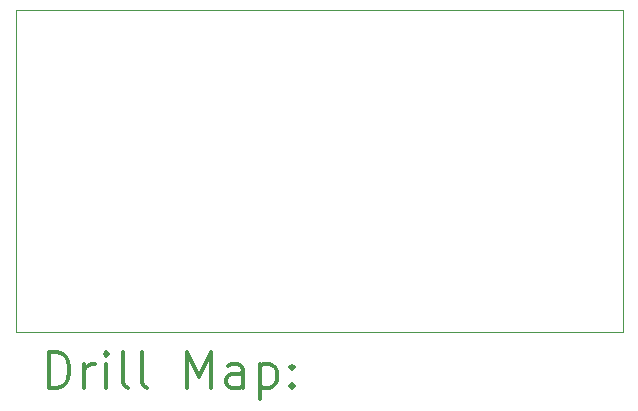
<source format=gbr>
%FSLAX45Y45*%
G04 Gerber Fmt 4.5, Leading zero omitted, Abs format (unit mm)*
G04 Created by KiCad (PCBNEW (5.1.0)-1) date 2019-04-29 13:12:12*
%MOMM*%
%LPD*%
G04 APERTURE LIST*
%ADD10C,0.050000*%
%ADD11C,0.200000*%
%ADD12C,0.300000*%
G04 APERTURE END LIST*
D10*
X12382500Y-11811000D02*
X12382500Y-9080500D01*
X12446000Y-11811000D02*
X12382500Y-11811000D01*
X17526000Y-11811000D02*
X12446000Y-11811000D01*
X17526000Y-11747500D02*
X17526000Y-11811000D01*
X17526000Y-9080500D02*
X17526000Y-11747500D01*
X12382500Y-9080500D02*
X17526000Y-9080500D01*
D11*
D12*
X12666428Y-12279214D02*
X12666428Y-11979214D01*
X12737857Y-11979214D01*
X12780714Y-11993500D01*
X12809286Y-12022071D01*
X12823571Y-12050643D01*
X12837857Y-12107786D01*
X12837857Y-12150643D01*
X12823571Y-12207786D01*
X12809286Y-12236357D01*
X12780714Y-12264929D01*
X12737857Y-12279214D01*
X12666428Y-12279214D01*
X12966428Y-12279214D02*
X12966428Y-12079214D01*
X12966428Y-12136357D02*
X12980714Y-12107786D01*
X12995000Y-12093500D01*
X13023571Y-12079214D01*
X13052143Y-12079214D01*
X13152143Y-12279214D02*
X13152143Y-12079214D01*
X13152143Y-11979214D02*
X13137857Y-11993500D01*
X13152143Y-12007786D01*
X13166428Y-11993500D01*
X13152143Y-11979214D01*
X13152143Y-12007786D01*
X13337857Y-12279214D02*
X13309286Y-12264929D01*
X13295000Y-12236357D01*
X13295000Y-11979214D01*
X13495000Y-12279214D02*
X13466428Y-12264929D01*
X13452143Y-12236357D01*
X13452143Y-11979214D01*
X13837857Y-12279214D02*
X13837857Y-11979214D01*
X13937857Y-12193500D01*
X14037857Y-11979214D01*
X14037857Y-12279214D01*
X14309286Y-12279214D02*
X14309286Y-12122071D01*
X14295000Y-12093500D01*
X14266428Y-12079214D01*
X14209286Y-12079214D01*
X14180714Y-12093500D01*
X14309286Y-12264929D02*
X14280714Y-12279214D01*
X14209286Y-12279214D01*
X14180714Y-12264929D01*
X14166428Y-12236357D01*
X14166428Y-12207786D01*
X14180714Y-12179214D01*
X14209286Y-12164929D01*
X14280714Y-12164929D01*
X14309286Y-12150643D01*
X14452143Y-12079214D02*
X14452143Y-12379214D01*
X14452143Y-12093500D02*
X14480714Y-12079214D01*
X14537857Y-12079214D01*
X14566428Y-12093500D01*
X14580714Y-12107786D01*
X14595000Y-12136357D01*
X14595000Y-12222071D01*
X14580714Y-12250643D01*
X14566428Y-12264929D01*
X14537857Y-12279214D01*
X14480714Y-12279214D01*
X14452143Y-12264929D01*
X14723571Y-12250643D02*
X14737857Y-12264929D01*
X14723571Y-12279214D01*
X14709286Y-12264929D01*
X14723571Y-12250643D01*
X14723571Y-12279214D01*
X14723571Y-12093500D02*
X14737857Y-12107786D01*
X14723571Y-12122071D01*
X14709286Y-12107786D01*
X14723571Y-12093500D01*
X14723571Y-12122071D01*
M02*

</source>
